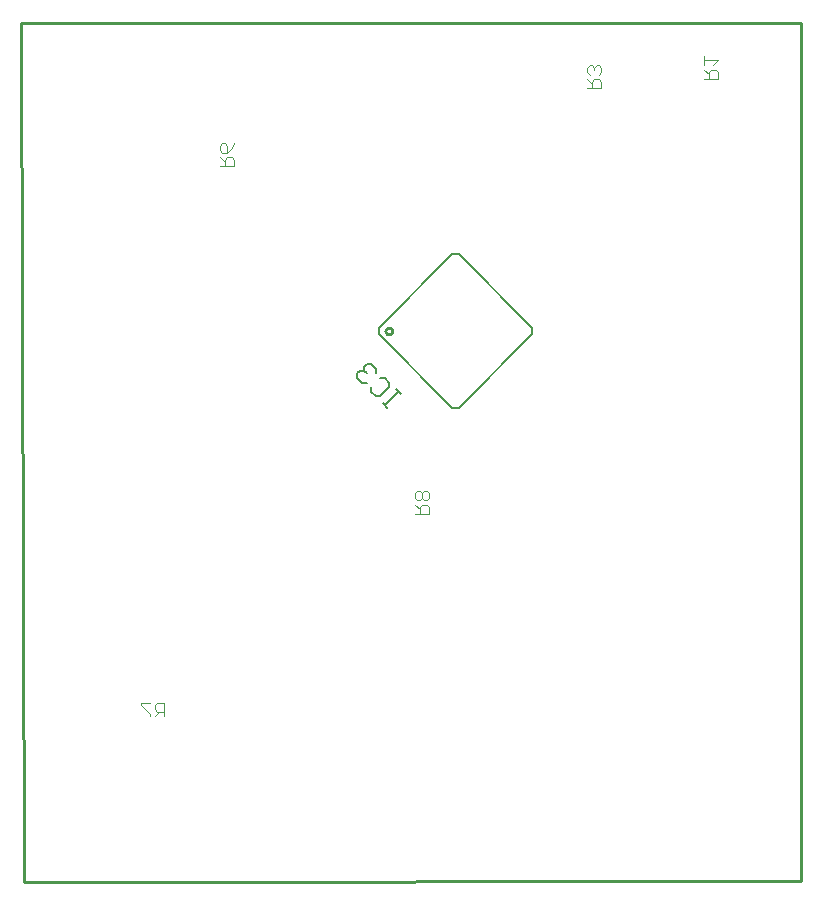
<source format=gbo>
G75*
%MOIN*%
%OFA0B0*%
%FSLAX25Y25*%
%IPPOS*%
%LPD*%
%AMOC8*
5,1,8,0,0,1.08239X$1,22.5*
%
%ADD10C,0.00000*%
%ADD11C,0.01000*%
%ADD12C,0.00800*%
%ADD13C,0.00600*%
%ADD14C,0.00400*%
D10*
X0248233Y0001984D02*
X0262233Y0002284D01*
D11*
X0003233Y0001984D02*
X0002133Y0288384D01*
X0262133Y0288384D01*
X0262233Y0002284D01*
X0003233Y0001984D01*
X0123585Y0185620D02*
X0123587Y0185687D01*
X0123593Y0185753D01*
X0123603Y0185819D01*
X0123617Y0185884D01*
X0123634Y0185948D01*
X0123656Y0186011D01*
X0123681Y0186073D01*
X0123710Y0186133D01*
X0123743Y0186191D01*
X0123778Y0186247D01*
X0123818Y0186301D01*
X0123860Y0186352D01*
X0123905Y0186401D01*
X0123953Y0186447D01*
X0124004Y0186490D01*
X0124057Y0186530D01*
X0124113Y0186567D01*
X0124171Y0186600D01*
X0124230Y0186630D01*
X0124291Y0186656D01*
X0124354Y0186679D01*
X0124418Y0186697D01*
X0124483Y0186712D01*
X0124549Y0186723D01*
X0124615Y0186730D01*
X0124681Y0186733D01*
X0124748Y0186732D01*
X0124814Y0186727D01*
X0124880Y0186718D01*
X0124946Y0186705D01*
X0125010Y0186688D01*
X0125073Y0186668D01*
X0125135Y0186643D01*
X0125196Y0186615D01*
X0125255Y0186584D01*
X0125311Y0186549D01*
X0125366Y0186511D01*
X0125418Y0186469D01*
X0125467Y0186424D01*
X0125514Y0186377D01*
X0125558Y0186327D01*
X0125598Y0186274D01*
X0125636Y0186219D01*
X0125670Y0186162D01*
X0125701Y0186103D01*
X0125728Y0186042D01*
X0125751Y0185980D01*
X0125771Y0185916D01*
X0125787Y0185851D01*
X0125799Y0185786D01*
X0125807Y0185720D01*
X0125811Y0185653D01*
X0125811Y0185587D01*
X0125807Y0185520D01*
X0125799Y0185454D01*
X0125787Y0185389D01*
X0125771Y0185324D01*
X0125751Y0185260D01*
X0125728Y0185198D01*
X0125701Y0185137D01*
X0125670Y0185078D01*
X0125636Y0185021D01*
X0125598Y0184966D01*
X0125558Y0184913D01*
X0125514Y0184863D01*
X0125467Y0184816D01*
X0125418Y0184771D01*
X0125366Y0184729D01*
X0125311Y0184691D01*
X0125254Y0184656D01*
X0125196Y0184625D01*
X0125135Y0184597D01*
X0125073Y0184572D01*
X0125010Y0184552D01*
X0124946Y0184535D01*
X0124880Y0184522D01*
X0124814Y0184513D01*
X0124748Y0184508D01*
X0124681Y0184507D01*
X0124615Y0184510D01*
X0124549Y0184517D01*
X0124483Y0184528D01*
X0124418Y0184543D01*
X0124354Y0184561D01*
X0124291Y0184584D01*
X0124230Y0184610D01*
X0124171Y0184640D01*
X0124113Y0184673D01*
X0124057Y0184710D01*
X0124004Y0184750D01*
X0123953Y0184793D01*
X0123905Y0184839D01*
X0123860Y0184888D01*
X0123818Y0184939D01*
X0123778Y0184993D01*
X0123743Y0185049D01*
X0123710Y0185107D01*
X0123681Y0185167D01*
X0123656Y0185229D01*
X0123634Y0185292D01*
X0123617Y0185356D01*
X0123603Y0185421D01*
X0123593Y0185487D01*
X0123587Y0185553D01*
X0123585Y0185620D01*
D12*
X0121357Y0186733D02*
X0121357Y0184506D01*
X0145855Y0160008D01*
X0148082Y0160008D01*
X0172581Y0184506D01*
X0172581Y0186733D01*
X0148082Y0211232D01*
X0145855Y0211232D01*
X0121357Y0186733D01*
D13*
X0118789Y0174492D02*
X0117280Y0174492D01*
X0116525Y0173737D01*
X0116525Y0172227D01*
X0115015Y0172227D01*
X0114260Y0171472D01*
X0114260Y0169962D01*
X0115770Y0168453D01*
X0117280Y0168453D01*
X0118818Y0166915D02*
X0118818Y0165405D01*
X0120328Y0163895D01*
X0121837Y0163895D01*
X0124857Y0166915D01*
X0124857Y0168424D01*
X0123347Y0169934D01*
X0121837Y0169934D01*
X0120299Y0171472D02*
X0120299Y0172982D01*
X0118789Y0174492D01*
X0116525Y0172227D02*
X0117280Y0171472D01*
X0127140Y0166141D02*
X0128650Y0164631D01*
X0127895Y0165386D02*
X0123366Y0160857D01*
X0124121Y0160102D02*
X0122611Y0161611D01*
D14*
X0134201Y0132357D02*
X0133433Y0131590D01*
X0133433Y0130055D01*
X0134201Y0129288D01*
X0134968Y0129288D01*
X0135735Y0130055D01*
X0135735Y0131590D01*
X0134968Y0132357D01*
X0134201Y0132357D01*
X0135735Y0131590D02*
X0136503Y0132357D01*
X0137270Y0132357D01*
X0138037Y0131590D01*
X0138037Y0130055D01*
X0137270Y0129288D01*
X0136503Y0129288D01*
X0135735Y0130055D01*
X0135735Y0127754D02*
X0134968Y0126986D01*
X0134968Y0124684D01*
X0133433Y0124684D02*
X0138037Y0124684D01*
X0138037Y0126986D01*
X0137270Y0127754D01*
X0135735Y0127754D01*
X0134968Y0126219D02*
X0133433Y0127754D01*
X0049741Y0061788D02*
X0049741Y0057184D01*
X0049741Y0058719D02*
X0047439Y0058719D01*
X0046672Y0059486D01*
X0046672Y0061021D01*
X0047439Y0061788D01*
X0049741Y0061788D01*
X0048207Y0058719D02*
X0046672Y0057184D01*
X0045137Y0057184D02*
X0045137Y0057952D01*
X0042068Y0061021D01*
X0042068Y0061788D01*
X0045137Y0061788D01*
X0068433Y0240476D02*
X0073037Y0240476D01*
X0073037Y0242778D01*
X0072270Y0243546D01*
X0070735Y0243546D01*
X0069968Y0242778D01*
X0069968Y0240476D01*
X0069968Y0242011D02*
X0068433Y0243546D01*
X0069201Y0245080D02*
X0068433Y0245848D01*
X0068433Y0247382D01*
X0069201Y0248150D01*
X0069968Y0248150D01*
X0070735Y0247382D01*
X0070735Y0245080D01*
X0069201Y0245080D01*
X0070735Y0245080D02*
X0072270Y0246615D01*
X0073037Y0248150D01*
X0190933Y0266484D02*
X0195537Y0266484D01*
X0195537Y0268786D01*
X0194770Y0269554D01*
X0193235Y0269554D01*
X0192468Y0268786D01*
X0192468Y0266484D01*
X0192468Y0268019D02*
X0190933Y0269554D01*
X0191701Y0271088D02*
X0190933Y0271855D01*
X0190933Y0273390D01*
X0191701Y0274157D01*
X0192468Y0274157D01*
X0193235Y0273390D01*
X0193235Y0272623D01*
X0193235Y0273390D02*
X0194003Y0274157D01*
X0194770Y0274157D01*
X0195537Y0273390D01*
X0195537Y0271855D01*
X0194770Y0271088D01*
X0229833Y0269684D02*
X0234437Y0269684D01*
X0234437Y0271986D01*
X0233670Y0272754D01*
X0232135Y0272754D01*
X0231368Y0271986D01*
X0231368Y0269684D01*
X0231368Y0271219D02*
X0229833Y0272754D01*
X0229833Y0274288D02*
X0229833Y0277357D01*
X0229833Y0275823D02*
X0234437Y0275823D01*
X0232903Y0274288D01*
M02*

</source>
